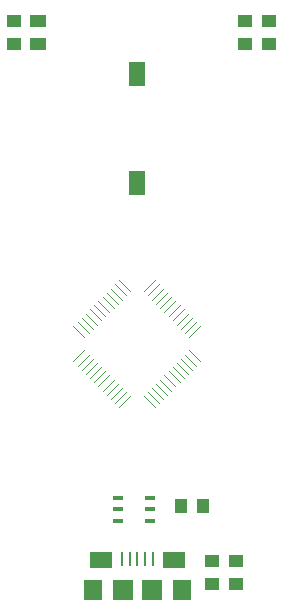
<source format=gbr>
G04 DipTrace Beta 2.9.0.1*
G04 TopPaste.gbr*
%MOMM*%
G04 #@! TF.FileFunction,Paste,Top*
G04 #@! TF.Part,Single*
%AMOUTLINE2*
4,1,4,
0.65,-0.55,
-0.65,-0.55,
-0.65,0.55,
0.65,0.55,
0.65,-0.55,
0*%
%AMOUTLINE5*
4,1,4,
0.45963,0.53035,
0.53035,0.45963,
-0.45963,-0.53035,
-0.53035,-0.45963,
0.45963,0.53035,
0*%
%AMOUTLINE8*
4,1,4,
-0.53035,0.45963,
-0.45963,0.53035,
0.53035,-0.45963,
0.45963,-0.53035,
-0.53035,0.45963,
0*%
%ADD55R,0.9X0.4*%
%ADD57R,1.4X2.0*%
%ADD71R,0.2X1.15*%
%ADD73R,1.9X1.4*%
%ADD75R,1.6X1.7*%
%ADD77R,1.7X1.7*%
%ADD83R,1.1X1.3*%
%ADD85R,1.3X1.1*%
%ADD92OUTLINE2*%
%ADD95OUTLINE5*%
%ADD98OUTLINE8*%
%FSLAX35Y35*%
G04*
G71*
G90*
G75*
G01*
G04 TopPaste*
%LPD*%
D85*
X2129123Y397550D3*
Y207550D3*
X2413000Y4971800D3*
Y4781800D3*
X254000Y4971800D3*
Y4781800D3*
D77*
X1415400Y152403D3*
X1175400D3*
D75*
X915400D3*
X1675400D3*
D73*
X985400Y407403D3*
X1605400D3*
D71*
X1165400Y419903D3*
X1230400D3*
X1295400D3*
X1360400D3*
X1425400D3*
D85*
X2209800Y4971800D3*
Y4781800D3*
D83*
X1853217Y864713D3*
X1663217D3*
D85*
X1925923Y208050D3*
Y398050D3*
D92*
X457200Y4781800D3*
Y4971800D3*
D57*
X1295400Y3604000D3*
Y4524000D3*
D55*
X1405000Y743200D3*
Y838200D3*
Y933200D3*
X1135000D3*
Y838200D3*
Y743200D3*
D95*
X1786836Y2337730D3*
X1751482Y2373087D3*
X1716126Y2408440D3*
X1680773Y2443797D3*
X1645416Y2479153D3*
X1610059Y2514507D3*
X1574706Y2549863D3*
X1539349Y2585217D3*
X1503993Y2620573D3*
X1468639Y2655930D3*
X1433282Y2691283D3*
X1397929Y2726640D3*
D98*
X1192866D3*
X1157512Y2691283D3*
X1122156Y2655930D3*
X1086803Y2620573D3*
X1051446Y2585217D3*
X1016089Y2549863D3*
X980736Y2514507D3*
X945379Y2479153D3*
X910026Y2443797D3*
X874669Y2408440D3*
X839312Y2373087D3*
X803959Y2337730D3*
D95*
Y2132670D3*
X839312Y2097313D3*
X874669Y2061960D3*
X910026Y2026603D3*
X945379Y1991247D3*
X980736Y1955893D3*
X1016089Y1920537D3*
X1051446Y1885183D3*
X1086803Y1849827D3*
X1122156Y1814470D3*
X1157512Y1779117D3*
X1192866Y1743760D3*
D98*
X1397929D3*
X1433282Y1779117D3*
X1468639Y1814470D3*
X1503993Y1849827D3*
X1539349Y1885183D3*
X1574706Y1920537D3*
X1610059Y1955893D3*
X1645416Y1991247D3*
X1680773Y2026603D3*
X1716126Y2061960D3*
X1751482Y2097313D3*
X1786836Y2132670D3*
M02*

</source>
